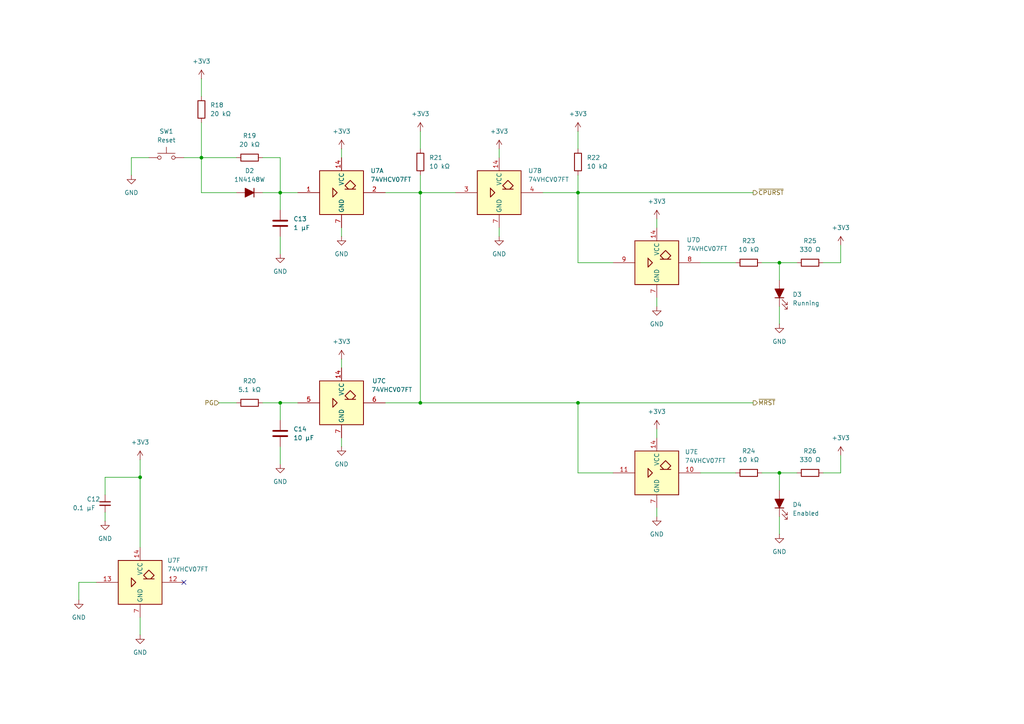
<source format=kicad_sch>
(kicad_sch (version 20231120) (generator "eeschema") (generator_version "8.0")
  (paper "A4")
  (title_block (title "RVFS Reset Control") (date "2024-08-17") (rev "0.0.1") (comment 1 "Power must be good for ~1 s before reset is cleared.") (comment 2 "reset is clear.  This allows, for example, programming of flash without the CPU running.") (comment 3 "CPU reset is asserted if main reset is asserted, but CPU can be held in reset while main") (comment 4 "Main reset is controlled by explicit reset button or power good indicator."))
  (lib_symbols
    (symbol "74xx_IEEE:7407"
      (property "Reference" "U" (at 3.81 8.89 0))
      (property "Value" "7407" (at 3.81 -7.62 0))
      (symbol "7407_0_1"
        (rectangle (start -6.35 6.35) (end 6.35 -6.35) (stroke (width 0.254)) (fill (type background)))
        (polyline (pts (xy -2.54 1.27) (xy -2.54 -1.27) (xy -1.27 0) (xy -2.54 1.27) (xy -2.54 1.27)) (stroke (width 0.254)) (fill (type background)))
        (polyline (pts (xy 3.048 1.016) (xy 4.064 2.032) (xy 2.54 3.556) (xy 1.016 2.032) (xy 2.032 1.016) (xy 1.016 1.016) (xy 4.064 1.016) (xy 4.064 1.016)) (stroke (width 0.254)) (fill (type background)))
        (pin power_in line (at 0 10.16 270) (length 3.81) (name "VCC") (number "14"))
        (pin power_in line (at 0 -10.16 90) (length 3.81) (name "GND") (number "7"))
      )
      (symbol "7407_1_1"
        (pin input line (at -12.7 0 0) (length 6.35) (name "~") (number "1"))
        (pin open_collector line (at 12.7 0 180) (length 6.35) (name "~") (number "2"))
      )
      (symbol "7407_2_1"
        (pin input line (at -12.7 0 0) (length 6.35) (name "~") (number "3"))
        (pin open_collector line (at 12.7 0 180) (length 6.35) (name "~") (number "4"))
      )
      (symbol "7407_3_1"
        (pin input line (at -12.7 0 0) (length 6.35) (name "~") (number "5"))
        (pin open_collector line (at 12.7 0 180) (length 6.35) (name "~") (number "6"))
      )
      (symbol "7407_4_1"
        (pin open_collector line (at 12.7 0 180) (length 6.35) (name "~") (number "8"))
        (pin input line (at -12.7 0 0) (length 6.35) (name "~") (number "9"))
      )
      (symbol "7407_5_1"
        (pin open_collector line (at 12.7 0 180) (length 6.35) (name "~") (number "10"))
        (pin input line (at -12.7 0 0) (length 6.35) (name "~") (number "11"))
      )
      (symbol "7407_6_1"
        (pin open_collector line (at 12.7 0 180) (length 6.35) (name "~") (number "12"))
        (pin input line (at -12.7 0 0) (length 6.35) (name "~") (number "13"))
      )
    )
    (symbol "Device:C" (pin_numbers hide) (pin_names (offset 0.254))
      (property "Reference" "C" (at 0.635 2.54 0))
      (property "Value" "C" (at 0.635 -2.54 0))
      (symbol "C_0_1"
        (polyline (pts (xy -2.032 -0.762) (xy 2.032 -0.762)) (stroke (width 0.508)))
        (polyline (pts (xy -2.032 0.762) (xy 2.032 0.762)) (stroke (width 0.508)))
      )
      (symbol "C_1_1"
        (pin passive line (at 0 3.81 270) (length 2.794) (name "~") (number "1"))
        (pin passive line (at 0 -3.81 90) (length 2.794) (name "~") (number "2"))
      )
    )
    (symbol "Device:C_Small" (pin_numbers hide) (pin_names (offset 0.254) hide)
      (property "Reference" "C" (at 0.254 1.778 0))
      (property "Value" "C_Small" (at 0.254 -2.032 0))
      (symbol "C_Small_0_1"
        (polyline (pts (xy -1.524 -0.508) (xy 1.524 -0.508)) (stroke (width 0.3302)))
        (polyline (pts (xy -1.524 0.508) (xy 1.524 0.508)) (stroke (width 0.3048)))
      )
      (symbol "C_Small_1_1"
        (pin passive line (at 0 2.54 270) (length 2.032) (name "~") (number "1"))
        (pin passive line (at 0 -2.54 90) (length 2.032) (name "~") (number "2"))
      )
    )
    (symbol "Device:D_Filled" (pin_numbers hide) (pin_names (offset 1.016) hide)
      (property "Reference" "D" (at 0 2.54 0))
      (property "Value" "D_Filled" (at 0 -2.54 0))
      (symbol "D_Filled_0_1"
        (polyline (pts (xy -1.27 1.27) (xy -1.27 -1.27)) (stroke (width 0.254)))
        (polyline (pts (xy 1.27 0) (xy -1.27 0)))
        (polyline (pts (xy 1.27 1.27) (xy 1.27 -1.27) (xy -1.27 0) (xy 1.27 1.27)) (stroke (width 0.254)) (fill (type outline)))
      )
      (symbol "D_Filled_1_1"
        (pin passive line (at -3.81 0 0) (length 2.54) (name "K") (number "1"))
        (pin passive line (at 3.81 0 180) (length 2.54) (name "A") (number "2"))
      )
    )
    (symbol "Device:LED_Filled" (pin_numbers hide) (pin_names (offset 1.016) hide)
      (property "Reference" "D" (at 0 2.54 0))
      (property "Value" "LED_Filled" (at 0 -2.54 0))
      (symbol "LED_Filled_0_1"
        (polyline (pts (xy -1.27 -1.27) (xy -1.27 1.27)) (stroke (width 0.254)))
        (polyline (pts (xy -1.27 0) (xy 1.27 0)))
        (polyline (pts (xy 1.27 -1.27) (xy 1.27 1.27) (xy -1.27 0) (xy 1.27 -1.27)) (stroke (width 0.254)) (fill (type outline)))
        (polyline (pts (xy -3.048 -0.762) (xy -4.572 -2.286) (xy -3.81 -2.286) (xy -4.572 -2.286) (xy -4.572 -1.524)))
        (polyline (pts (xy -1.778 -0.762) (xy -3.302 -2.286) (xy -2.54 -2.286) (xy -3.302 -2.286) (xy -3.302 -1.524)))
      )
      (symbol "LED_Filled_1_1"
        (pin passive line (at -3.81 0 0) (length 2.54) (name "K") (number "1"))
        (pin passive line (at 3.81 0 180) (length 2.54) (name "A") (number "2"))
      )
    )
    (symbol "Device:R" (pin_numbers hide) (pin_names (offset 0))
      (property "Reference" "R" (at 2.032 0 90))
      (property "Value" "R" (at 0 0 90))
      (symbol "R_0_1"
        (rectangle (start -1.016 -2.54) (end 1.016 2.54) (stroke (width 0.254)))
      )
      (symbol "R_1_1"
        (pin passive line (at 0 3.81 270) (length 1.27) (name "~") (number "1"))
        (pin passive line (at 0 -3.81 90) (length 1.27) (name "~") (number "2"))
      )
    )
    (symbol "Switch:SW_Push" (pin_numbers hide) (pin_names (offset 1.016) hide)
      (property "Reference" "SW" (at 1.27 2.54 0))
      (property "Value" "SW_Push" (at 0 -1.524 0))
      (symbol "SW_Push_0_1"
        (circle (center -2.032 0) (radius 0.508))
        (polyline (pts (xy 0 1.27) (xy 0 3.048)))
        (polyline (pts (xy 2.54 1.27) (xy -2.54 1.27)))
        (circle (center 2.032 0) (radius 0.508))
        (pin passive line (at -5.08 0 0) (length 2.54) (name "1") (number "1"))
        (pin passive line (at 5.08 0 180) (length 2.54) (name "2") (number "2"))
      )
    )
    (symbol "power:+3V3" (power) (pin_numbers hide) (pin_names (offset 0) hide)
      (property "Value" "+3V3" (at 0 3.556 0))
      (symbol "+3V3_0_1"
        (polyline (pts (xy -0.762 1.27) (xy 0 2.54)))
        (polyline (pts (xy 0 0) (xy 0 2.54)))
        (polyline (pts (xy 0 2.54) (xy 0.762 1.27)))
      )
      (symbol "+3V3_1_1"
        (pin power_in line (at 0 0 90) (length 0) (name "~") (number "1"))
      )
    )
    (symbol "power:GND" (power) (pin_numbers hide) (pin_names (offset 0) hide)
      (property "Value" "GND" (at 0 -3.81 0))
      (symbol "GND_0_1"
        (polyline (pts (xy 0 0) (xy 0 -1.27) (xy 1.27 -1.27) (xy 0 -2.54) (xy -1.27 -1.27) (xy 0 -1.27)))
      )
      (symbol "GND_1_1"
        (pin power_in line (at 0 0 270) (length 0) (name "~") (number "1"))
      )
    )
  )
  (junction (at 167.64 55.88))
  (junction (at 40.64 138.43))
  (junction (at 226.06 137.16))
  (junction (at 121.92 55.88))
  (junction (at 167.64 116.84))
  (junction (at 226.06 76.2))
  (junction (at 81.28 116.84))
  (junction (at 81.28 55.88))
  (junction (at 58.42 45.72))
  (junction (at 121.92 116.84))
  (no_connect (at 53.34 168.91))
  (wire (pts (xy 167.64 76.2) (xy 167.64 55.88)))
  (wire (pts (xy 121.92 50.8) (xy 121.92 55.88)))
  (wire (pts (xy 22.86 168.91) (xy 22.86 173.99)))
  (wire (pts (xy 167.64 116.84) (xy 218.44 116.84)))
  (wire (pts (xy 63.5 116.84) (xy 68.58 116.84)))
  (wire (pts (xy 81.28 116.84) (xy 86.36 116.84)))
  (wire (pts (xy 203.2 137.16) (xy 213.36 137.16)))
  (wire (pts (xy 167.64 55.88) (xy 167.64 50.8)))
  (wire (pts (xy 40.64 133.35) (xy 40.64 138.43)))
  (wire (pts (xy 76.2 55.88) (xy 81.28 55.88)))
  (wire (pts (xy 58.42 45.72) (xy 53.34 45.72)))
  (wire (pts (xy 81.28 55.88) (xy 81.28 60.96)))
  (wire (pts (xy 190.5 147.32) (xy 190.5 149.86)))
  (wire (pts (xy 226.06 137.16) (xy 231.14 137.16)))
  (wire (pts (xy 226.06 149.86) (xy 226.06 154.94)))
  (wire (pts (xy 81.28 116.84) (xy 81.28 121.92)))
  (wire (pts (xy 58.42 35.56) (xy 58.42 45.72)))
  (wire (pts (xy 76.2 45.72) (xy 81.28 45.72)))
  (wire (pts (xy 58.42 45.72) (xy 68.58 45.72)))
  (wire (pts (xy 144.78 43.18) (xy 144.78 45.72)))
  (wire (pts (xy 99.06 66.04) (xy 99.06 68.58)))
  (wire (pts (xy 177.8 137.16) (xy 167.64 137.16)))
  (wire (pts (xy 121.92 116.84) (xy 167.64 116.84)))
  (wire (pts (xy 238.76 76.2) (xy 243.84 76.2)))
  (wire (pts (xy 99.06 127) (xy 99.06 129.54)))
  (wire (pts (xy 243.84 71.12) (xy 243.84 76.2)))
  (wire (pts (xy 238.76 137.16) (xy 243.84 137.16)))
  (wire (pts (xy 111.76 55.88) (xy 121.92 55.88)))
  (wire (pts (xy 58.42 55.88) (xy 58.42 45.72)))
  (wire (pts (xy 220.98 137.16) (xy 226.06 137.16)))
  (wire (pts (xy 190.5 63.5) (xy 190.5 66.04)))
  (wire (pts (xy 68.58 55.88) (xy 58.42 55.88)))
  (wire (pts (xy 43.18 45.72) (xy 38.1 45.72)))
  (wire (pts (xy 121.92 38.1) (xy 121.92 43.18)))
  (wire (pts (xy 226.06 88.9) (xy 226.06 93.98)))
  (wire (pts (xy 76.2 116.84) (xy 81.28 116.84)))
  (wire (pts (xy 99.06 104.14) (xy 99.06 106.68)))
  (wire (pts (xy 58.42 22.86) (xy 58.42 27.94)))
  (wire (pts (xy 30.48 138.43) (xy 30.48 143.51)))
  (wire (pts (xy 157.48 55.88) (xy 167.64 55.88)))
  (wire (pts (xy 38.1 45.72) (xy 38.1 50.8)))
  (wire (pts (xy 167.64 137.16) (xy 167.64 116.84)))
  (wire (pts (xy 121.92 55.88) (xy 132.08 55.88)))
  (wire (pts (xy 81.28 129.54) (xy 81.28 134.62)))
  (wire (pts (xy 22.86 168.91) (xy 27.94 168.91)))
  (wire (pts (xy 99.06 43.18) (xy 99.06 45.72)))
  (wire (pts (xy 111.76 116.84) (xy 121.92 116.84)))
  (wire (pts (xy 226.06 76.2) (xy 226.06 81.28)))
  (wire (pts (xy 40.64 138.43) (xy 40.64 158.75)))
  (wire (pts (xy 167.64 38.1) (xy 167.64 43.18)))
  (wire (pts (xy 190.5 124.46) (xy 190.5 127)))
  (wire (pts (xy 40.64 138.43) (xy 30.48 138.43)))
  (wire (pts (xy 190.5 86.36) (xy 190.5 88.9)))
  (wire (pts (xy 121.92 55.88) (xy 121.92 116.84)))
  (wire (pts (xy 30.48 148.59) (xy 30.48 151.13)))
  (wire (pts (xy 144.78 66.04) (xy 144.78 68.58)))
  (wire (pts (xy 203.2 76.2) (xy 213.36 76.2)))
  (wire (pts (xy 226.06 137.16) (xy 226.06 142.24)))
  (wire (pts (xy 220.98 76.2) (xy 226.06 76.2)))
  (wire (pts (xy 177.8 76.2) (xy 167.64 76.2)))
  (wire (pts (xy 226.06 76.2) (xy 231.14 76.2)))
  (wire (pts (xy 81.28 68.58) (xy 81.28 73.66)))
  (wire (pts (xy 86.36 55.88) (xy 81.28 55.88)))
  (wire (pts (xy 243.84 132.08) (xy 243.84 137.16)))
  (wire (pts (xy 81.28 45.72) (xy 81.28 55.88)))
  (wire (pts (xy 167.64 55.88) (xy 218.44 55.88)))
  (wire (pts (xy 40.64 179.07) (xy 40.64 184.15)))
  (hierarchical_label "~{CPURST}" (shape output) (at 218.44 55.88 0))
  (hierarchical_label "PG" (shape input) (at 63.5 116.84 180))
  (hierarchical_label "~{MRST}" (shape output) (at 218.44 116.84 0))
  (symbol (lib_id "power:GND") (at 190.5 88.9 0) (unit 1)
    (property "Reference" "#PWR0118" (effects (hide yes)))
    (property "Value" "GND" (at 190.5 93.98 0))
    (property "Description" "Power symbol creates a global label with name \"GND\" , ground" (effects (hide yes)))
  )
  (symbol (lib_id "power:+3V3") (at 99.06 104.14 0) (unit 1)
    (property "Reference" "#PWR0111" (effects (hide yes)))
    (property "Value" "+3V3" (at 99.06 99.06 0))
    (property "Description" "Power symbol creates a global label with name \"+3V3\"" (effects (hide yes)))
  )
  (symbol (lib_id "Device:R") (at 234.95 137.16 90) (unit 1)
    (property "Reference" "R26" (at 234.95 130.81 90))
    (property "Value" "330 Ω" (at 234.95 133.35 90))
    (property "Description" "Resistor" (effects (hide yes)))
  )
  (symbol (lib_id "Device:C") (at 81.28 125.73 0) (unit 1)
    (property "Reference" "C14" (at 85.09 124.4599 0) (effects (justify left)))
    (property "Value" "10 µF" (at 85.09 126.9999 0) (effects (justify left)))
    (property "Description" "Unpolarized capacitor" (effects (hide yes)))
  )
  (symbol (lib_id "power:GND") (at 144.78 68.58 0) (unit 1)
    (property "Reference" "#PWR0115" (effects (hide yes)))
    (property "Value" "GND" (at 144.78 73.66 0))
    (property "Description" "Power symbol creates a global label with name \"GND\" , ground" (effects (hide yes)))
  )
  (symbol (lib_id "Device:LED_Filled") (at 226.06 146.05 90) (unit 1)
    (property "Reference" "D4" (at 229.87 146.3674 90) (effects (justify right)))
    (property "Value" "Enabled" (at 229.87 148.9074 90) (effects (justify right)))
    (property "Description" "Light emitting diode, filled shape" (effects (hide yes)))
  )
  (symbol (lib_id "Device:LED_Filled") (at 226.06 85.09 90) (unit 1)
    (property "Reference" "D3" (at 229.87 85.4074 90) (effects (justify right)))
    (property "Value" "Running" (at 229.87 87.9474 90) (effects (justify right)))
    (property "Description" "Light emitting diode, filled shape" (effects (hide yes)))
  )
  (symbol (lib_id "power:+3V3") (at 190.5 124.46 0) (unit 1)
    (property "Reference" "#PWR0119" (effects (hide yes)))
    (property "Value" "+3V3" (at 190.5 119.38 0))
    (property "Description" "Power symbol creates a global label with name \"+3V3\"" (effects (hide yes)))
  )
  (symbol (lib_id "power:+3V3") (at 190.5 63.5 0) (unit 1)
    (property "Reference" "#PWR0117" (effects (hide yes)))
    (property "Value" "+3V3" (at 190.5 58.42 0))
    (property "Description" "Power symbol creates a global label with name \"+3V3\"" (effects (hide yes)))
  )
  (symbol (lib_id "power:GND") (at 40.64 184.15 0) (unit 1)
    (property "Reference" "#PWR0105" (effects (hide yes)))
    (property "Value" "GND" (at 40.64 189.23 0))
    (property "Description" "Power symbol creates a global label with name \"GND\" , ground" (effects (hide yes)))
  )
  (symbol (lib_id "power:GND") (at 81.28 134.62 0) (unit 1)
    (property "Reference" "#PWR0108" (effects (hide yes)))
    (property "Value" "GND" (at 81.28 139.7 0))
    (property "Description" "Power symbol creates a global label with name \"GND\" , ground" (effects (hide yes)))
  )
  (symbol (lib_id "power:GND") (at 99.06 129.54 0) (unit 1)
    (property "Reference" "#PWR0112" (effects (hide yes)))
    (property "Value" "GND" (at 99.06 134.62 0))
    (property "Description" "Power symbol creates a global label with name \"GND\" , ground" (effects (hide yes)))
  )
  (symbol (lib_id "power:GND") (at 81.28 73.66 0) (unit 1)
    (property "Reference" "#PWR0107" (effects (hide yes)))
    (property "Value" "GND" (at 81.28 78.74 0))
    (property "Description" "Power symbol creates a global label with name \"GND\" , ground" (effects (hide yes)))
  )
  (symbol (lib_id "power:GND") (at 190.5 149.86 0) (unit 1)
    (property "Reference" "#PWR0120" (effects (hide yes)))
    (property "Value" "GND" (at 190.5 154.94 0))
    (property "Description" "Power symbol creates a global label with name \"GND\" , ground" (effects (hide yes)))
  )
  (symbol (lib_id "power:GND") (at 38.1 50.8 0) (unit 1)
    (property "Reference" "#PWR0103" (effects (hide yes)))
    (property "Value" "GND" (at 38.1 55.88 0))
    (property "Description" "Power symbol creates a global label with name \"GND\" , ground" (effects (hide yes)))
  )
  (symbol (lib_id "power:GND") (at 30.48 151.13 0) (unit 1)
    (property "Reference" "#PWR0102" (effects (hide yes)))
    (property "Value" "GND" (at 30.48 156.21 0))
    (property "Description" "Power symbol creates a global label with name \"GND\" , ground" (effects (hide yes)))
  )
  (symbol (lib_id "power:+3V3") (at 99.06 43.18 0) (unit 1)
    (property "Reference" "#PWR0109" (effects (hide yes)))
    (property "Value" "+3V3" (at 99.06 38.1 0))
    (property "Description" "Power symbol creates a global label with name \"+3V3\"" (effects (hide yes)))
  )
  (symbol (lib_id "Device:R") (at 72.39 45.72 90) (unit 1)
    (property "Reference" "R19" (at 72.39 39.37 90))
    (property "Value" "20 kΩ" (at 72.39 41.91 90))
    (property "Description" "Resistor" (effects (hide yes)))
  )
  (symbol (lib_id "74xx_IEEE:7407") (at 99.06 55.88 0) (unit 1)
    (property "Reference" "U7" (at 107.442 49.53 0) (effects (justify left)))
    (property "Value" "74VHCV07FT" (at 107.442 52.07 0) (effects (justify left)))
  )
  (symbol (lib_id "power:+3V3") (at 121.92 38.1 0) (unit 1)
    (property "Reference" "#PWR0113" (effects (hide yes)))
    (property "Value" "+3V3" (at 121.92 33.02 0))
    (property "Description" "Power symbol creates a global label with name \"+3V3\"" (effects (hide yes)))
  )
  (symbol (lib_id "74xx_IEEE:7407") (at 99.06 116.84 0) (unit 3)
    (property "Reference" "U7" (at 107.95 110.49 0) (effects (justify left)))
    (property "Value" "74VHCV07FT" (at 107.696 113.03 0) (effects (justify left)))
  )
  (symbol (lib_id "power:GND") (at 99.06 68.58 0) (unit 1)
    (property "Reference" "#PWR0110" (effects (hide yes)))
    (property "Value" "GND" (at 99.06 73.66 0))
    (property "Description" "Power symbol creates a global label with name \"GND\" , ground" (effects (hide yes)))
  )
  (symbol (lib_id "Device:R") (at 217.17 137.16 90) (unit 1)
    (property "Reference" "R24" (at 217.17 130.81 90))
    (property "Value" "10 kΩ" (at 217.17 133.35 90))
    (property "Description" "Resistor" (effects (hide yes)))
  )
  (symbol (lib_id "Device:R") (at 121.92 46.99 0) (unit 1)
    (property "Reference" "R21" (at 124.46 45.7199 0) (effects (justify left)))
    (property "Value" "10 kΩ" (at 124.46 48.2599 0) (effects (justify left)))
    (property "Description" "Resistor" (effects (hide yes)))
  )
  (symbol (lib_id "Device:D_Filled") (at 72.39 55.88 180) (unit 1)
    (property "Reference" "D2" (at 72.39 49.53 0))
    (property "Value" "1N4148W" (at 72.39 52.07 0))
    (property "Description" "Diode, filled shape" (effects (hide yes)))
    (property "Sim.Device" "D" (effects (hide yes)))
    (property "Sim.Pins" "1=K 2=A" (effects (hide yes)))
  )
  (symbol (lib_id "power:GND") (at 226.06 93.98 0) (unit 1)
    (property "Reference" "#PWR0121" (effects (hide yes)))
    (property "Value" "GND" (at 226.06 99.06 0))
    (property "Description" "Power symbol creates a global label with name \"GND\" , ground" (effects (hide yes)))
  )
  (symbol (lib_id "power:+3V3") (at 40.64 133.35 0) (unit 1)
    (property "Reference" "#PWR0104" (effects (hide yes)))
    (property "Value" "+3V3" (at 40.64 128.27 0))
    (property "Description" "Power symbol creates a global label with name \"+3V3\"" (effects (hide yes)))
  )
  (symbol (lib_id "Device:R") (at 217.17 76.2 90) (unit 1)
    (property "Reference" "R23" (at 217.17 69.85 90))
    (property "Value" "10 kΩ" (at 217.17 72.39 90))
    (property "Description" "Resistor" (effects (hide yes)))
  )
  (symbol (lib_id "Device:C") (at 81.28 64.77 0) (unit 1)
    (property "Reference" "C13" (at 85.09 63.4999 0) (effects (justify left)))
    (property "Value" "1 µF" (at 85.09 66.0399 0) (effects (justify left)))
    (property "Description" "Unpolarized capacitor" (effects (hide yes)))
  )
  (symbol (lib_id "Device:R") (at 167.64 46.99 0) (unit 1)
    (property "Reference" "R22" (at 170.18 45.7199 0) (effects (justify left)))
    (property "Value" "10 kΩ" (at 170.18 48.2599 0) (effects (justify left)))
    (property "Description" "Resistor" (effects (hide yes)))
  )
  (symbol (lib_id "power:GND") (at 226.06 154.94 0) (unit 1)
    (property "Reference" "#PWR0122" (effects (hide yes)))
    (property "Value" "GND" (at 226.06 160.02 0))
    (property "Description" "Power symbol creates a global label with name \"GND\" , ground" (effects (hide yes)))
  )
  (symbol (lib_id "74xx_IEEE:7407") (at 40.64 168.91 0) (unit 6)
    (property "Reference" "U7" (at 48.514 162.56 0) (effects (justify left)))
    (property "Value" "74VHCV07FT" (at 48.514 165.1 0) (effects (justify left)))
  )
  (symbol (lib_id "power:+3V3") (at 243.84 71.12 0) (unit 1)
    (property "Reference" "#PWR0123" (effects (hide yes)))
    (property "Value" "+3V3" (at 243.84 66.04 0))
    (property "Description" "Power symbol creates a global label with name \"+3V3\"" (effects (hide yes)))
  )
  (symbol (lib_id "power:+3V3") (at 58.42 22.86 0) (unit 1)
    (property "Reference" "#PWR0106" (effects (hide yes)))
    (property "Value" "+3V3" (at 58.42 17.78 0))
    (property "Description" "Power symbol creates a global label with name \"+3V3\"" (effects (hide yes)))
  )
  (symbol (lib_id "74xx_IEEE:7407") (at 190.5 137.16 0) (unit 5)
    (property "Reference" "U7" (at 198.628 131.064 0) (effects (justify left)))
    (property "Value" "74VHCV07FT" (at 198.628 133.604 0) (effects (justify left)))
  )
  (symbol (lib_id "Device:R") (at 234.95 76.2 90) (unit 1)
    (property "Reference" "R25" (at 234.95 69.85 90))
    (property "Value" "330 Ω" (at 234.95 72.39 90))
    (property "Description" "Resistor" (effects (hide yes)))
  )
  (symbol (lib_id "Device:C_Small") (at 30.48 146.05 0) (unit 1)
    (property "Reference" "C12" (at 25.146 144.78 0) (effects (justify left)))
    (property "Value" "0.1 µF" (at 21.082 147.32 0) (effects (justify left)))
    (property "Description" "Unpolarized capacitor, small symbol" (effects (hide yes)))
  )
  (symbol (lib_id "Device:R") (at 72.39 116.84 90) (unit 1)
    (property "Reference" "R20" (at 72.39 110.49 90))
    (property "Value" "5.1 kΩ" (at 72.39 113.03 90))
    (property "Description" "Resistor" (effects (hide yes)))
  )
  (symbol (lib_id "Switch:SW_Push") (at 48.26 45.72 0) (unit 1)
    (property "Reference" "SW1" (at 48.26 38.1 0))
    (property "Value" "Reset" (at 48.26 40.64 0))
    (property "Description" "Push button switch, generic, two pins" (effects (hide yes)))
  )
  (symbol (lib_id "Device:R") (at 58.42 31.75 0) (unit 1)
    (property "Reference" "R18" (at 60.96 30.4799 0) (effects (justify left)))
    (property "Value" "20 kΩ" (at 60.96 33.0199 0) (effects (justify left)))
    (property "Description" "Resistor" (effects (hide yes)))
  )
  (symbol (lib_id "power:GND") (at 22.86 173.99 0) (unit 1)
    (property "Reference" "#PWR0101" (effects (hide yes)))
    (property "Value" "GND" (at 22.86 179.07 0))
    (property "Description" "Power symbol creates a global label with name \"GND\" , ground" (effects (hide yes)))
  )
  (symbol (lib_id "power:+3V3") (at 144.78 43.18 0) (unit 1)
    (property "Reference" "#PWR0114" (effects (hide yes)))
    (property "Value" "+3V3" (at 144.78 38.1 0))
    (property "Description" "Power symbol creates a global label with name \"+3V3\"" (effects (hide yes)))
  )
  (symbol (lib_id "power:+3V3") (at 167.64 38.1 0) (unit 1)
    (property "Reference" "#PWR0116" (effects (hide yes)))
    (property "Value" "+3V3" (at 167.64 33.02 0))
    (property "Description" "Power symbol creates a global label with name \"+3V3\"" (effects (hide yes)))
  )
  (symbol (lib_id "74xx_IEEE:7407") (at 190.5 76.2 0) (unit 4)
    (property "Reference" "U7" (at 199.136 69.596 0) (effects (justify left)))
    (property "Value" "74VHCV07FT" (at 199.136 72.136 0) (effects (justify left)))
  )
  (symbol (lib_id "74xx_IEEE:7407") (at 144.78 55.88 0) (unit 2)
    (property "Reference" "U7" (at 153.162 49.53 0) (effects (justify left)))
    (property "Value" "74VHCV07FT" (at 153.162 52.07 0) (effects (justify left)))
  )
  (symbol (lib_id "power:+3V3") (at 243.84 132.08 0) (unit 1)
    (property "Reference" "#PWR0124" (effects (hide yes)))
    (property "Value" "+3V3" (at 243.84 127 0))
    (property "Description" "Power symbol creates a global label with name \"+3V3\"" (effects (hide yes)))
  )
)
</source>
